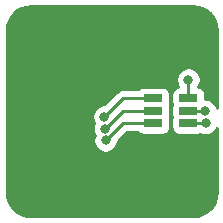
<source format=gbl>
G04 #@! TF.GenerationSoftware,KiCad,Pcbnew,(5.1.10)-1*
G04 #@! TF.CreationDate,2021-11-16T23:33:14-08:00*
G04 #@! TF.ProjectId,LedBoard,4c656442-6f61-4726-942e-6b696361645f,rev?*
G04 #@! TF.SameCoordinates,Original*
G04 #@! TF.FileFunction,Copper,L2,Bot*
G04 #@! TF.FilePolarity,Positive*
%FSLAX46Y46*%
G04 Gerber Fmt 4.6, Leading zero omitted, Abs format (unit mm)*
G04 Created by KiCad (PCBNEW (5.1.10)-1) date 2021-11-16 23:33:14*
%MOMM*%
%LPD*%
G01*
G04 APERTURE LIST*
G04 #@! TA.AperFunction,SMDPad,CuDef*
%ADD10R,1.600000X0.700000*%
G04 #@! TD*
G04 #@! TA.AperFunction,ComponentPad*
%ADD11C,3.500001*%
G04 #@! TD*
G04 #@! TA.AperFunction,ViaPad*
%ADD12C,0.800000*%
G04 #@! TD*
G04 #@! TA.AperFunction,Conductor*
%ADD13C,0.250000*%
G04 #@! TD*
G04 #@! TA.AperFunction,Conductor*
%ADD14C,0.254000*%
G04 #@! TD*
G04 #@! TA.AperFunction,Conductor*
%ADD15C,0.100000*%
G04 #@! TD*
G04 APERTURE END LIST*
D10*
X146088100Y-67471000D03*
X146088100Y-66421000D03*
X146088100Y-65371000D03*
X149088100Y-67471000D03*
X149088100Y-66421000D03*
X149088100Y-65371000D03*
D11*
X149860000Y-73596500D03*
X149860000Y-59563000D03*
D12*
X142079855Y-68926760D03*
X142026507Y-67928182D03*
X141986000Y-66929000D03*
X150545800Y-67475100D03*
X150482300Y-66446400D03*
X149085300Y-63792100D03*
D13*
X143535615Y-67471000D02*
X146088100Y-67471000D01*
X142079855Y-68926760D02*
X143535615Y-67471000D01*
X143533689Y-66421000D02*
X146088100Y-66421000D01*
X142026507Y-67928182D02*
X143533689Y-66421000D01*
X143544000Y-65371000D02*
X146088100Y-65371000D01*
X141986000Y-66929000D02*
X143544000Y-65371000D01*
X150541700Y-67471000D02*
X150545800Y-67475100D01*
X149088100Y-67471000D02*
X150541700Y-67471000D01*
X149113500Y-66446400D02*
X149088100Y-66421000D01*
X150482300Y-66446400D02*
X149113500Y-66446400D01*
X149088100Y-63794900D02*
X149085300Y-63792100D01*
X149088100Y-65371000D02*
X149088100Y-63794900D01*
D14*
X149878347Y-57622667D02*
X150250390Y-57734994D01*
X150593522Y-57917440D01*
X150894685Y-58163063D01*
X151142406Y-58462506D01*
X151327244Y-58804356D01*
X151442165Y-59175605D01*
X151486001Y-59592682D01*
X151486001Y-66187107D01*
X151477526Y-66144502D01*
X151399505Y-65956144D01*
X151286237Y-65786626D01*
X151142074Y-65642463D01*
X150972556Y-65529195D01*
X150784198Y-65451174D01*
X150584239Y-65411400D01*
X150526172Y-65411400D01*
X150526172Y-65021000D01*
X150513912Y-64896518D01*
X150477602Y-64776820D01*
X150418637Y-64666506D01*
X150339285Y-64569815D01*
X150242594Y-64490463D01*
X150132280Y-64431498D01*
X150012582Y-64395188D01*
X149932390Y-64387290D01*
X150002505Y-64282356D01*
X150080526Y-64093998D01*
X150120300Y-63894039D01*
X150120300Y-63690161D01*
X150080526Y-63490202D01*
X150002505Y-63301844D01*
X149889237Y-63132326D01*
X149745074Y-62988163D01*
X149575556Y-62874895D01*
X149387198Y-62796874D01*
X149187239Y-62757100D01*
X148983361Y-62757100D01*
X148783402Y-62796874D01*
X148595044Y-62874895D01*
X148425526Y-62988163D01*
X148281363Y-63132326D01*
X148168095Y-63301844D01*
X148090074Y-63490202D01*
X148050300Y-63690161D01*
X148050300Y-63894039D01*
X148090074Y-64093998D01*
X148168095Y-64282356D01*
X148238555Y-64387808D01*
X148163618Y-64395188D01*
X148043920Y-64431498D01*
X147933606Y-64490463D01*
X147836915Y-64569815D01*
X147757563Y-64666506D01*
X147698598Y-64776820D01*
X147662288Y-64896518D01*
X147650028Y-65021000D01*
X147650028Y-65721000D01*
X147662288Y-65845482D01*
X147677612Y-65896000D01*
X147662288Y-65946518D01*
X147650028Y-66071000D01*
X147650028Y-66771000D01*
X147662288Y-66895482D01*
X147677612Y-66946000D01*
X147662288Y-66996518D01*
X147650028Y-67121000D01*
X147650028Y-67821000D01*
X147662288Y-67945482D01*
X147698598Y-68065180D01*
X147757563Y-68175494D01*
X147836915Y-68272185D01*
X147933606Y-68351537D01*
X148043920Y-68410502D01*
X148163618Y-68446812D01*
X148288100Y-68459072D01*
X149888100Y-68459072D01*
X150012582Y-68446812D01*
X150113343Y-68416246D01*
X150243902Y-68470326D01*
X150443861Y-68510100D01*
X150647739Y-68510100D01*
X150847698Y-68470326D01*
X151036056Y-68392305D01*
X151205574Y-68279037D01*
X151349737Y-68134874D01*
X151463005Y-67965356D01*
X151486000Y-67909841D01*
X151486000Y-73322722D01*
X151444912Y-73741768D01*
X151332586Y-74113809D01*
X151150139Y-74456944D01*
X150904516Y-74758106D01*
X150605075Y-75005826D01*
X150263223Y-75190665D01*
X149891973Y-75305586D01*
X149474155Y-75349500D01*
X135745505Y-75349500D01*
X135325653Y-75308333D01*
X134953612Y-75196007D01*
X134610477Y-75013560D01*
X134309315Y-74767937D01*
X134061595Y-74468496D01*
X133876756Y-74126644D01*
X133761835Y-73755394D01*
X133718000Y-73338328D01*
X133718000Y-66827061D01*
X140951000Y-66827061D01*
X140951000Y-67030939D01*
X140990774Y-67230898D01*
X141068795Y-67419256D01*
X141098574Y-67463824D01*
X141031281Y-67626284D01*
X140991507Y-67826243D01*
X140991507Y-68030121D01*
X141031281Y-68230080D01*
X141109302Y-68418438D01*
X141146854Y-68474639D01*
X141084629Y-68624862D01*
X141044855Y-68824821D01*
X141044855Y-69028699D01*
X141084629Y-69228658D01*
X141162650Y-69417016D01*
X141275918Y-69586534D01*
X141420081Y-69730697D01*
X141589599Y-69843965D01*
X141777957Y-69921986D01*
X141977916Y-69961760D01*
X142181794Y-69961760D01*
X142381753Y-69921986D01*
X142570111Y-69843965D01*
X142739629Y-69730697D01*
X142883792Y-69586534D01*
X142997060Y-69417016D01*
X143075081Y-69228658D01*
X143114855Y-69028699D01*
X143114855Y-68966561D01*
X143850417Y-68231000D01*
X144803115Y-68231000D01*
X144836915Y-68272185D01*
X144933606Y-68351537D01*
X145043920Y-68410502D01*
X145163618Y-68446812D01*
X145288100Y-68459072D01*
X146888100Y-68459072D01*
X147012582Y-68446812D01*
X147132280Y-68410502D01*
X147242594Y-68351537D01*
X147339285Y-68272185D01*
X147418637Y-68175494D01*
X147477602Y-68065180D01*
X147513912Y-67945482D01*
X147526172Y-67821000D01*
X147526172Y-67121000D01*
X147513912Y-66996518D01*
X147498588Y-66946000D01*
X147513912Y-66895482D01*
X147526172Y-66771000D01*
X147526172Y-66071000D01*
X147513912Y-65946518D01*
X147498588Y-65896000D01*
X147513912Y-65845482D01*
X147526172Y-65721000D01*
X147526172Y-65021000D01*
X147513912Y-64896518D01*
X147477602Y-64776820D01*
X147418637Y-64666506D01*
X147339285Y-64569815D01*
X147242594Y-64490463D01*
X147132280Y-64431498D01*
X147012582Y-64395188D01*
X146888100Y-64382928D01*
X145288100Y-64382928D01*
X145163618Y-64395188D01*
X145043920Y-64431498D01*
X144933606Y-64490463D01*
X144836915Y-64569815D01*
X144803115Y-64611000D01*
X143581325Y-64611000D01*
X143544000Y-64607324D01*
X143506675Y-64611000D01*
X143506667Y-64611000D01*
X143395014Y-64621997D01*
X143251753Y-64665454D01*
X143119724Y-64736026D01*
X143003999Y-64830999D01*
X142980201Y-64859997D01*
X141946199Y-65894000D01*
X141884061Y-65894000D01*
X141684102Y-65933774D01*
X141495744Y-66011795D01*
X141326226Y-66125063D01*
X141182063Y-66269226D01*
X141068795Y-66438744D01*
X140990774Y-66627102D01*
X140951000Y-66827061D01*
X133718000Y-66827061D01*
X133718000Y-59608279D01*
X133759088Y-59189232D01*
X133871415Y-58817189D01*
X134053861Y-58474057D01*
X134299484Y-58172894D01*
X134598927Y-57925173D01*
X134940777Y-57740335D01*
X135312026Y-57625414D01*
X135730796Y-57581400D01*
X149457475Y-57581400D01*
X149878347Y-57622667D01*
G04 #@! TA.AperFunction,Conductor*
D15*
G36*
X149878347Y-57622667D02*
G01*
X150250390Y-57734994D01*
X150593522Y-57917440D01*
X150894685Y-58163063D01*
X151142406Y-58462506D01*
X151327244Y-58804356D01*
X151442165Y-59175605D01*
X151486001Y-59592682D01*
X151486001Y-66187107D01*
X151477526Y-66144502D01*
X151399505Y-65956144D01*
X151286237Y-65786626D01*
X151142074Y-65642463D01*
X150972556Y-65529195D01*
X150784198Y-65451174D01*
X150584239Y-65411400D01*
X150526172Y-65411400D01*
X150526172Y-65021000D01*
X150513912Y-64896518D01*
X150477602Y-64776820D01*
X150418637Y-64666506D01*
X150339285Y-64569815D01*
X150242594Y-64490463D01*
X150132280Y-64431498D01*
X150012582Y-64395188D01*
X149932390Y-64387290D01*
X150002505Y-64282356D01*
X150080526Y-64093998D01*
X150120300Y-63894039D01*
X150120300Y-63690161D01*
X150080526Y-63490202D01*
X150002505Y-63301844D01*
X149889237Y-63132326D01*
X149745074Y-62988163D01*
X149575556Y-62874895D01*
X149387198Y-62796874D01*
X149187239Y-62757100D01*
X148983361Y-62757100D01*
X148783402Y-62796874D01*
X148595044Y-62874895D01*
X148425526Y-62988163D01*
X148281363Y-63132326D01*
X148168095Y-63301844D01*
X148090074Y-63490202D01*
X148050300Y-63690161D01*
X148050300Y-63894039D01*
X148090074Y-64093998D01*
X148168095Y-64282356D01*
X148238555Y-64387808D01*
X148163618Y-64395188D01*
X148043920Y-64431498D01*
X147933606Y-64490463D01*
X147836915Y-64569815D01*
X147757563Y-64666506D01*
X147698598Y-64776820D01*
X147662288Y-64896518D01*
X147650028Y-65021000D01*
X147650028Y-65721000D01*
X147662288Y-65845482D01*
X147677612Y-65896000D01*
X147662288Y-65946518D01*
X147650028Y-66071000D01*
X147650028Y-66771000D01*
X147662288Y-66895482D01*
X147677612Y-66946000D01*
X147662288Y-66996518D01*
X147650028Y-67121000D01*
X147650028Y-67821000D01*
X147662288Y-67945482D01*
X147698598Y-68065180D01*
X147757563Y-68175494D01*
X147836915Y-68272185D01*
X147933606Y-68351537D01*
X148043920Y-68410502D01*
X148163618Y-68446812D01*
X148288100Y-68459072D01*
X149888100Y-68459072D01*
X150012582Y-68446812D01*
X150113343Y-68416246D01*
X150243902Y-68470326D01*
X150443861Y-68510100D01*
X150647739Y-68510100D01*
X150847698Y-68470326D01*
X151036056Y-68392305D01*
X151205574Y-68279037D01*
X151349737Y-68134874D01*
X151463005Y-67965356D01*
X151486000Y-67909841D01*
X151486000Y-73322722D01*
X151444912Y-73741768D01*
X151332586Y-74113809D01*
X151150139Y-74456944D01*
X150904516Y-74758106D01*
X150605075Y-75005826D01*
X150263223Y-75190665D01*
X149891973Y-75305586D01*
X149474155Y-75349500D01*
X135745505Y-75349500D01*
X135325653Y-75308333D01*
X134953612Y-75196007D01*
X134610477Y-75013560D01*
X134309315Y-74767937D01*
X134061595Y-74468496D01*
X133876756Y-74126644D01*
X133761835Y-73755394D01*
X133718000Y-73338328D01*
X133718000Y-66827061D01*
X140951000Y-66827061D01*
X140951000Y-67030939D01*
X140990774Y-67230898D01*
X141068795Y-67419256D01*
X141098574Y-67463824D01*
X141031281Y-67626284D01*
X140991507Y-67826243D01*
X140991507Y-68030121D01*
X141031281Y-68230080D01*
X141109302Y-68418438D01*
X141146854Y-68474639D01*
X141084629Y-68624862D01*
X141044855Y-68824821D01*
X141044855Y-69028699D01*
X141084629Y-69228658D01*
X141162650Y-69417016D01*
X141275918Y-69586534D01*
X141420081Y-69730697D01*
X141589599Y-69843965D01*
X141777957Y-69921986D01*
X141977916Y-69961760D01*
X142181794Y-69961760D01*
X142381753Y-69921986D01*
X142570111Y-69843965D01*
X142739629Y-69730697D01*
X142883792Y-69586534D01*
X142997060Y-69417016D01*
X143075081Y-69228658D01*
X143114855Y-69028699D01*
X143114855Y-68966561D01*
X143850417Y-68231000D01*
X144803115Y-68231000D01*
X144836915Y-68272185D01*
X144933606Y-68351537D01*
X145043920Y-68410502D01*
X145163618Y-68446812D01*
X145288100Y-68459072D01*
X146888100Y-68459072D01*
X147012582Y-68446812D01*
X147132280Y-68410502D01*
X147242594Y-68351537D01*
X147339285Y-68272185D01*
X147418637Y-68175494D01*
X147477602Y-68065180D01*
X147513912Y-67945482D01*
X147526172Y-67821000D01*
X147526172Y-67121000D01*
X147513912Y-66996518D01*
X147498588Y-66946000D01*
X147513912Y-66895482D01*
X147526172Y-66771000D01*
X147526172Y-66071000D01*
X147513912Y-65946518D01*
X147498588Y-65896000D01*
X147513912Y-65845482D01*
X147526172Y-65721000D01*
X147526172Y-65021000D01*
X147513912Y-64896518D01*
X147477602Y-64776820D01*
X147418637Y-64666506D01*
X147339285Y-64569815D01*
X147242594Y-64490463D01*
X147132280Y-64431498D01*
X147012582Y-64395188D01*
X146888100Y-64382928D01*
X145288100Y-64382928D01*
X145163618Y-64395188D01*
X145043920Y-64431498D01*
X144933606Y-64490463D01*
X144836915Y-64569815D01*
X144803115Y-64611000D01*
X143581325Y-64611000D01*
X143544000Y-64607324D01*
X143506675Y-64611000D01*
X143506667Y-64611000D01*
X143395014Y-64621997D01*
X143251753Y-64665454D01*
X143119724Y-64736026D01*
X143003999Y-64830999D01*
X142980201Y-64859997D01*
X141946199Y-65894000D01*
X141884061Y-65894000D01*
X141684102Y-65933774D01*
X141495744Y-66011795D01*
X141326226Y-66125063D01*
X141182063Y-66269226D01*
X141068795Y-66438744D01*
X140990774Y-66627102D01*
X140951000Y-66827061D01*
X133718000Y-66827061D01*
X133718000Y-59608279D01*
X133759088Y-59189232D01*
X133871415Y-58817189D01*
X134053861Y-58474057D01*
X134299484Y-58172894D01*
X134598927Y-57925173D01*
X134940777Y-57740335D01*
X135312026Y-57625414D01*
X135730796Y-57581400D01*
X149457475Y-57581400D01*
X149878347Y-57622667D01*
G37*
G04 #@! TD.AperFunction*
M02*

</source>
